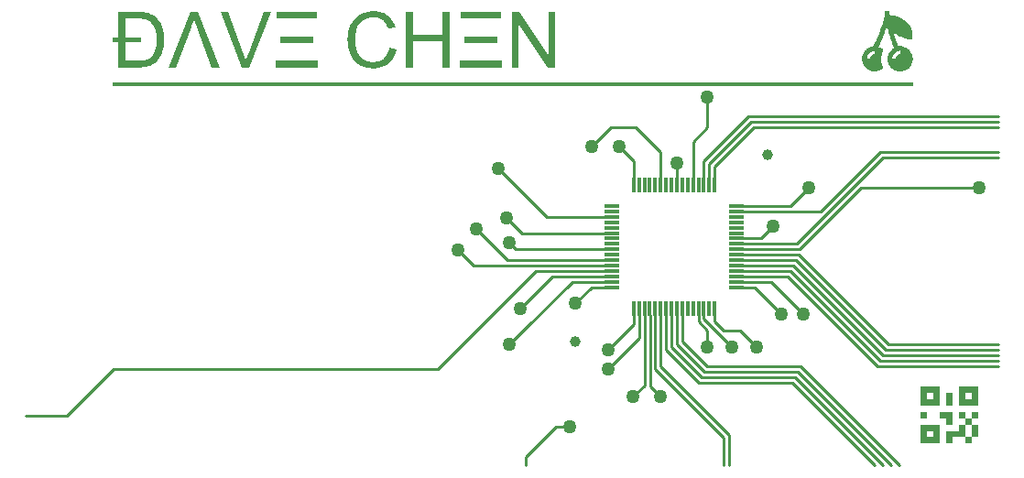
<source format=gtl>
G04*
G04 #@! TF.GenerationSoftware,Altium Limited,Altium Designer,21.1.1 (26)*
G04*
G04 Layer_Physical_Order=1*
G04 Layer_Color=255*
%FSLAX25Y25*%
%MOIN*%
G70*
G04*
G04 #@! TF.SameCoordinates,803D71E2-4EB1-4650-8D60-E64228E98B9D*
G04*
G04*
G04 #@! TF.FilePolarity,Positive*
G04*
G01*
G75*
%ADD13C,0.03937*%
%ADD14R,0.05807X0.01181*%
%ADD15R,0.01181X0.05807*%
%ADD16R,2.91339X0.01575*%
%ADD20C,0.01000*%
%ADD21C,0.05000*%
G36*
X346457Y21696D02*
X339546D01*
Y28607D01*
X346457D01*
Y21696D01*
D02*
G37*
G36*
X337228D02*
X334953D01*
Y26289D01*
X337228D01*
Y21696D01*
D02*
G37*
G36*
X332635D02*
X325724D01*
Y28607D01*
X332635D01*
Y21696D01*
D02*
G37*
G36*
X341864Y17103D02*
X339546D01*
Y19378D01*
X341864D01*
Y17103D01*
D02*
G37*
G36*
X328042D02*
X325724D01*
Y19378D01*
X328042D01*
Y17103D01*
D02*
G37*
G36*
X337228Y14785D02*
X334953D01*
Y17103D01*
X332635D01*
Y19378D01*
X337228D01*
Y14785D01*
D02*
G37*
G36*
X346457Y10192D02*
X344139D01*
Y7874D01*
X341864D01*
Y10192D01*
X344139D01*
Y14785D01*
X346457D01*
Y10192D01*
D02*
G37*
G36*
Y17103D02*
X344139D01*
Y14785D01*
X341864D01*
Y10192D01*
X337228D01*
Y7874D01*
X334953D01*
Y12467D01*
X339546D01*
Y14785D01*
X341864D01*
Y17103D01*
X344139D01*
Y19378D01*
X346457D01*
Y17103D01*
D02*
G37*
G36*
X332635Y7874D02*
X325724D01*
Y14785D01*
X332635D01*
Y7874D01*
D02*
G37*
G36*
X172886Y162621D02*
X158276D01*
Y165004D01*
X172886D01*
Y162621D01*
D02*
G37*
G36*
X106007Y162621D02*
X91398D01*
Y165004D01*
X106007D01*
Y162621D01*
D02*
G37*
G36*
X127112Y165332D02*
X127374Y165311D01*
X127680Y165267D01*
X128008Y165223D01*
X128380Y165157D01*
X128774Y165070D01*
X129189Y164983D01*
X129605Y164851D01*
X130042Y164698D01*
X130480Y164523D01*
X130895Y164305D01*
X131311Y164086D01*
X131704Y163802D01*
X131726Y163780D01*
X131792Y163736D01*
X131901Y163648D01*
X132032Y163517D01*
X132207Y163364D01*
X132404Y163167D01*
X132601Y162949D01*
X132842Y162686D01*
X133082Y162402D01*
X133323Y162074D01*
X133563Y161724D01*
X133782Y161330D01*
X134023Y160915D01*
X134220Y160456D01*
X134416Y159974D01*
X134591Y159471D01*
X131967Y158859D01*
Y158881D01*
X131923Y158946D01*
X131901Y159078D01*
X131836Y159231D01*
X131770Y159406D01*
X131661Y159602D01*
X131442Y160084D01*
X131158Y160609D01*
X130786Y161155D01*
X130392Y161658D01*
X130152Y161877D01*
X129911Y162074D01*
X129889Y162096D01*
X129845Y162118D01*
X129780Y162161D01*
X129671Y162227D01*
X129539Y162314D01*
X129386Y162402D01*
X129211Y162489D01*
X128992Y162577D01*
X128752Y162664D01*
X128511Y162752D01*
X127943Y162927D01*
X127287Y163036D01*
X126937Y163080D01*
X126346D01*
X126171Y163058D01*
X125975Y163036D01*
X125734Y163014D01*
X125471Y162992D01*
X125209Y162949D01*
X124575Y162796D01*
X123919Y162599D01*
X123591Y162468D01*
X123263Y162314D01*
X122956Y162139D01*
X122650Y161943D01*
X122628Y161921D01*
X122585Y161899D01*
X122497Y161833D01*
X122388Y161746D01*
X122278Y161636D01*
X122125Y161483D01*
X121972Y161330D01*
X121797Y161155D01*
X121622Y160937D01*
X121425Y160718D01*
X121076Y160215D01*
X120747Y159624D01*
X120463Y158946D01*
Y158925D01*
X120441Y158859D01*
X120398Y158750D01*
X120376Y158618D01*
X120332Y158443D01*
X120266Y158247D01*
X120223Y158006D01*
X120157Y157765D01*
X120091Y157481D01*
X120048Y157175D01*
X119938Y156519D01*
X119873Y155819D01*
X119851Y155076D01*
Y155054D01*
Y154966D01*
Y154835D01*
X119873Y154638D01*
Y154419D01*
X119895Y154157D01*
X119916Y153873D01*
X119938Y153545D01*
X119982Y153195D01*
X120026Y152845D01*
X120157Y152079D01*
X120354Y151314D01*
X120594Y150570D01*
Y150548D01*
X120638Y150483D01*
X120682Y150395D01*
X120726Y150264D01*
X120813Y150089D01*
X120923Y149914D01*
X121163Y149499D01*
X121491Y149018D01*
X121885Y148558D01*
X122366Y148099D01*
X122628Y147902D01*
X122913Y147705D01*
X122934D01*
X122978Y147661D01*
X123066Y147618D01*
X123197Y147552D01*
X123350Y147487D01*
X123525Y147399D01*
X123722Y147334D01*
X123941Y147246D01*
X124444Y147071D01*
X125034Y146918D01*
X125668Y146809D01*
X125996Y146787D01*
X126346Y146765D01*
X126565D01*
X126718Y146787D01*
X126915Y146809D01*
X127134Y146830D01*
X127396Y146874D01*
X127658Y146918D01*
X128271Y147071D01*
X128577Y147180D01*
X128905Y147312D01*
X129233Y147465D01*
X129539Y147640D01*
X129845Y147836D01*
X130152Y148055D01*
X130174Y148077D01*
X130217Y148121D01*
X130305Y148186D01*
X130414Y148296D01*
X130523Y148427D01*
X130676Y148602D01*
X130830Y148799D01*
X131005Y149018D01*
X131179Y149280D01*
X131354Y149564D01*
X131529Y149870D01*
X131704Y150220D01*
X131858Y150592D01*
X132011Y151008D01*
X132164Y151445D01*
X132273Y151904D01*
X134941Y151226D01*
Y151183D01*
X134897Y151073D01*
X134854Y150920D01*
X134766Y150680D01*
X134679Y150417D01*
X134547Y150089D01*
X134416Y149739D01*
X134241Y149367D01*
X134045Y148952D01*
X133826Y148558D01*
X133585Y148121D01*
X133301Y147705D01*
X132995Y147312D01*
X132667Y146918D01*
X132295Y146546D01*
X131901Y146196D01*
X131879Y146174D01*
X131792Y146131D01*
X131683Y146043D01*
X131508Y145934D01*
X131311Y145803D01*
X131048Y145650D01*
X130764Y145496D01*
X130414Y145343D01*
X130042Y145190D01*
X129649Y145037D01*
X129211Y144884D01*
X128730Y144753D01*
X128227Y144643D01*
X127702Y144556D01*
X127155Y144512D01*
X126565Y144490D01*
X126259D01*
X126018Y144512D01*
X125756Y144534D01*
X125428Y144556D01*
X125078Y144600D01*
X124684Y144665D01*
X124269Y144731D01*
X123831Y144818D01*
X123394Y144928D01*
X122956Y145037D01*
X122497Y145190D01*
X122060Y145365D01*
X121644Y145562D01*
X121250Y145803D01*
X121229Y145824D01*
X121163Y145868D01*
X121054Y145934D01*
X120923Y146043D01*
X120747Y146196D01*
X120551Y146349D01*
X120332Y146546D01*
X120091Y146787D01*
X119851Y147049D01*
X119588Y147334D01*
X119348Y147640D01*
X119085Y147990D01*
X118823Y148361D01*
X118582Y148755D01*
X118364Y149192D01*
X118145Y149652D01*
X118123Y149674D01*
X118101Y149761D01*
X118058Y149914D01*
X117992Y150089D01*
X117904Y150330D01*
X117817Y150592D01*
X117729Y150920D01*
X117620Y151270D01*
X117533Y151664D01*
X117423Y152079D01*
X117336Y152517D01*
X117270Y152998D01*
X117139Y154004D01*
X117117Y154529D01*
X117095Y155054D01*
Y155097D01*
Y155185D01*
Y155360D01*
X117117Y155578D01*
X117139Y155863D01*
X117161Y156191D01*
X117205Y156541D01*
X117248Y156934D01*
X117314Y157350D01*
X117379Y157787D01*
X117598Y158728D01*
X117751Y159187D01*
X117904Y159646D01*
X118079Y160127D01*
X118298Y160565D01*
X118320Y160587D01*
X118364Y160674D01*
X118429Y160784D01*
X118517Y160959D01*
X118648Y161155D01*
X118801Y161374D01*
X118976Y161615D01*
X119173Y161899D01*
X119413Y162161D01*
X119654Y162468D01*
X119938Y162752D01*
X120245Y163058D01*
X120573Y163342D01*
X120923Y163627D01*
X121316Y163889D01*
X121710Y164130D01*
X121732Y164152D01*
X121819Y164173D01*
X121929Y164239D01*
X122104Y164327D01*
X122300Y164414D01*
X122563Y164523D01*
X122847Y164633D01*
X123153Y164742D01*
X123503Y164851D01*
X123897Y164961D01*
X124291Y165070D01*
X124728Y165157D01*
X125625Y165311D01*
X126106Y165332D01*
X126609Y165354D01*
X126893D01*
X127112Y165332D01*
D02*
G37*
G36*
X154143Y144818D02*
X151475D01*
Y154332D01*
X140999D01*
Y144818D01*
X138331D01*
Y165004D01*
X140999D01*
Y156716D01*
X151475D01*
Y165004D01*
X154143D01*
Y144818D01*
D02*
G37*
G36*
X171573Y153719D02*
X159589D01*
Y156103D01*
X171573D01*
Y153719D01*
D02*
G37*
G36*
X104695Y153719D02*
X92710D01*
Y156103D01*
X104695D01*
Y153719D01*
D02*
G37*
G36*
X192787Y144818D02*
X190032D01*
X179447Y160652D01*
Y144818D01*
X176888D01*
Y165004D01*
X179622D01*
X190228Y149149D01*
Y165004D01*
X192787D01*
Y144818D01*
D02*
G37*
G36*
X81425Y144818D02*
X78670D01*
X70840Y165004D01*
X73749D01*
X78998Y150330D01*
Y150308D01*
X79020Y150242D01*
X79063Y150155D01*
X79107Y150023D01*
X79151Y149870D01*
X79216Y149695D01*
X79282Y149499D01*
X79369Y149258D01*
X79523Y148755D01*
X79698Y148208D01*
X79873Y147618D01*
X80048Y147027D01*
Y147049D01*
X80069Y147093D01*
X80091Y147202D01*
X80135Y147312D01*
X80179Y147465D01*
X80222Y147640D01*
X80288Y147836D01*
X80354Y148055D01*
X80507Y148558D01*
X80704Y149127D01*
X80922Y149717D01*
X81141Y150330D01*
X86587Y165004D01*
X89298D01*
X81425Y144818D01*
D02*
G37*
G36*
X173235Y144818D02*
X157926D01*
Y147202D01*
X173235D01*
Y144818D01*
D02*
G37*
G36*
X106357Y144818D02*
X91048D01*
Y147202D01*
X106357D01*
Y144818D01*
D02*
G37*
G36*
X70468D02*
X67560D01*
X62333Y159449D01*
Y159471D01*
X62311Y159537D01*
X62267Y159624D01*
X62223Y159777D01*
X62158Y159931D01*
X62092Y160127D01*
X62027Y160346D01*
X61939Y160565D01*
X61764Y161090D01*
X61589Y161636D01*
X61414Y162183D01*
X61261Y162730D01*
Y162708D01*
X61239Y162664D01*
X61217Y162577D01*
X61174Y162446D01*
X61152Y162293D01*
X61086Y162118D01*
X61021Y161921D01*
X60955Y161702D01*
X60802Y161221D01*
X60627Y160674D01*
X60408Y160084D01*
X60189Y159471D01*
X54766Y144818D01*
X52032D01*
X59905Y165004D01*
X62661Y165004D01*
X70468Y144818D01*
D02*
G37*
G36*
X41469Y164982D02*
X41709D01*
X41994Y164961D01*
X42562Y164939D01*
X43153Y164873D01*
X43743Y164808D01*
X44006Y164742D01*
X44246Y164698D01*
X44268D01*
X44334Y164676D01*
X44421Y164655D01*
X44531Y164611D01*
X44684Y164567D01*
X44859Y164523D01*
X45274Y164370D01*
X45733Y164173D01*
X46215Y163933D01*
X46718Y163627D01*
X47199Y163255D01*
X47221Y163233D01*
X47264Y163189D01*
X47352Y163124D01*
X47461Y163014D01*
X47592Y162883D01*
X47745Y162708D01*
X47920Y162533D01*
X48095Y162314D01*
X48292Y162074D01*
X48489Y161811D01*
X48686Y161527D01*
X48883Y161221D01*
X49255Y160543D01*
X49582Y159799D01*
Y159777D01*
X49626Y159712D01*
X49648Y159581D01*
X49714Y159428D01*
X49779Y159231D01*
X49845Y158990D01*
X49911Y158728D01*
X49998Y158422D01*
X50064Y158072D01*
X50129Y157700D01*
X50195Y157306D01*
X50261Y156891D01*
X50326Y156453D01*
X50348Y155994D01*
X50392Y155010D01*
Y154966D01*
Y154879D01*
Y154704D01*
X50370Y154485D01*
Y154223D01*
X50348Y153916D01*
X50304Y153566D01*
X50261Y153195D01*
X50217Y152779D01*
X50151Y152364D01*
X49976Y151467D01*
X49736Y150570D01*
X49582Y150133D01*
X49408Y149695D01*
Y149673D01*
X49364Y149608D01*
X49298Y149477D01*
X49233Y149346D01*
X49145Y149149D01*
X49014Y148952D01*
X48752Y148471D01*
X48402Y147946D01*
X47986Y147399D01*
X47549Y146918D01*
X47308Y146677D01*
X47046Y146481D01*
X47024D01*
X46980Y146437D01*
X46914Y146393D01*
X46805Y146327D01*
X46674Y146240D01*
X46521Y146131D01*
X46346Y146043D01*
X46149Y145934D01*
X45690Y145693D01*
X45165Y145453D01*
X44552Y145234D01*
X43918Y145037D01*
X43874D01*
X43809Y145015D01*
X43743Y144993D01*
X43634D01*
X43503Y144972D01*
X43371Y144950D01*
X43196Y144928D01*
X43000Y144906D01*
X42781Y144884D01*
X42540Y144862D01*
X42278D01*
X41994Y144840D01*
X41688Y144818D01*
X33705D01*
Y154004D01*
X31496D01*
Y155819D01*
X33705D01*
Y165004D01*
X41250D01*
X41469Y164982D01*
D02*
G37*
G36*
X314327Y165245D02*
X314349Y165136D01*
X314393Y164851D01*
Y164720D01*
X314415Y164611D01*
Y164523D01*
Y164501D01*
X314524Y163627D01*
X314874Y163670D01*
X315596D01*
X315946Y163627D01*
X316230Y163583D01*
X316471Y163561D01*
X316558Y163539D01*
X316624D01*
X316667Y163517D01*
X316689D01*
X317389Y163299D01*
X318045Y163036D01*
X318657Y162730D01*
X318942Y162577D01*
X319204Y162424D01*
X319445Y162271D01*
X319664Y162139D01*
X319839Y162008D01*
X319992Y161899D01*
X320123Y161811D01*
X320210Y161746D01*
X320276Y161702D01*
X320298Y161680D01*
X320691Y161374D01*
X321019Y161046D01*
X321304Y160718D01*
X321544Y160390D01*
X321741Y160127D01*
X321872Y159887D01*
X321916Y159799D01*
X321960Y159756D01*
X321982Y159712D01*
Y159690D01*
X322157Y159318D01*
X322288Y158924D01*
X322397Y158553D01*
X322485Y158203D01*
X322550Y157897D01*
X322594Y157678D01*
X322616Y157590D01*
X322638Y157525D01*
Y157481D01*
Y157459D01*
X322682Y156825D01*
X322703Y156541D01*
Y156278D01*
Y156060D01*
X322682Y155885D01*
Y155775D01*
Y155731D01*
X322572Y154988D01*
X322310Y154966D01*
X321741D01*
X321457Y155010D01*
X321216Y155032D01*
X321019Y155075D01*
X320888Y155097D01*
X320845D01*
X320451Y155185D01*
X320057Y155294D01*
X319292Y155557D01*
X318592Y155863D01*
X318264Y156016D01*
X317980Y156169D01*
X317717Y156344D01*
X317455Y156475D01*
X317258Y156628D01*
X317061Y156738D01*
X316930Y156847D01*
X316820Y156913D01*
X316755Y156956D01*
X316733Y156978D01*
X315661Y158006D01*
X315771Y157656D01*
X315880Y157328D01*
X315967Y157022D01*
X316055Y156738D01*
X316142Y156475D01*
X316208Y156235D01*
X316274Y156038D01*
X316339Y155841D01*
X316405Y155688D01*
X316449Y155535D01*
X316492Y155403D01*
X316514Y155316D01*
X316536Y155228D01*
X316558Y155185D01*
X316580Y155141D01*
X316777Y154572D01*
X316973Y154091D01*
X317170Y153654D01*
X317323Y153282D01*
X317455Y152998D01*
X317564Y152779D01*
X317630Y152648D01*
X317652Y152626D01*
Y152604D01*
X318198D01*
X318548Y152582D01*
X318898Y152539D01*
X319226Y152473D01*
X319532Y152385D01*
X320101Y152167D01*
X320341Y152057D01*
X320560Y151926D01*
X320779Y151795D01*
X320954Y151686D01*
X321107Y151554D01*
X321238Y151467D01*
X321347Y151379D01*
X321413Y151314D01*
X321457Y151270D01*
X321479Y151248D01*
X321719Y150986D01*
X321916Y150723D01*
X322113Y150439D01*
X322266Y150155D01*
X322397Y149892D01*
X322507Y149608D01*
X322660Y149105D01*
X322725Y148864D01*
X322769Y148646D01*
X322791Y148449D01*
X322813Y148296D01*
X322835Y148164D01*
Y148055D01*
Y147990D01*
Y147968D01*
X322813Y147618D01*
X322769Y147290D01*
X322703Y146962D01*
X322616Y146655D01*
X322397Y146109D01*
X322288Y145846D01*
X322157Y145628D01*
X322025Y145431D01*
X321916Y145234D01*
X321785Y145081D01*
X321697Y144950D01*
X321610Y144840D01*
X321544Y144775D01*
X321501Y144731D01*
X321479Y144709D01*
X321216Y144468D01*
X320954Y144272D01*
X320691Y144097D01*
X320407Y143944D01*
X320123Y143812D01*
X319860Y143703D01*
X319357Y143550D01*
X319117Y143484D01*
X318898Y143441D01*
X318701Y143419D01*
X318548Y143397D01*
X318417Y143375D01*
X318220D01*
X317870Y143397D01*
X317542Y143441D01*
X317214Y143506D01*
X316908Y143594D01*
X316361Y143790D01*
X316099Y143922D01*
X315880Y144053D01*
X315683Y144162D01*
X315486Y144293D01*
X315333Y144403D01*
X315202Y144512D01*
X315093Y144578D01*
X315027Y144643D01*
X314983Y144687D01*
X314962Y144709D01*
X314721Y144972D01*
X314524Y145234D01*
X314327Y145518D01*
X314174Y145781D01*
X314043Y146065D01*
X313934Y146327D01*
X313780Y146852D01*
X313715Y147071D01*
X313671Y147290D01*
X313649Y147486D01*
X313627Y147640D01*
X313605Y147793D01*
Y147880D01*
Y147946D01*
Y147968D01*
X313627Y148449D01*
X313715Y148886D01*
X313824Y149280D01*
X313955Y149630D01*
X314065Y149914D01*
X314174Y150133D01*
X314218Y150198D01*
X314262Y150264D01*
X314283Y150286D01*
Y150308D01*
X314546Y150680D01*
X314852Y151008D01*
X315136Y151314D01*
X315421Y151554D01*
X315661Y151751D01*
X315858Y151904D01*
X315989Y151992D01*
X316011Y152014D01*
X316033D01*
X315727Y152692D01*
X315443Y153370D01*
X315180Y154048D01*
X314940Y154660D01*
X314852Y154944D01*
X314765Y155185D01*
X314677Y155403D01*
X314612Y155600D01*
X314568Y155753D01*
X314524Y155885D01*
X314502Y155950D01*
Y155972D01*
X314262Y156781D01*
X314065Y157547D01*
X313890Y158268D01*
X313802Y158597D01*
X313737Y158903D01*
X313693Y159165D01*
X313627Y159428D01*
X313584Y159646D01*
X313562Y159821D01*
X313540Y159974D01*
X313518Y160084D01*
X313496Y160149D01*
Y160171D01*
X313278Y159515D01*
X313059Y158859D01*
X312556Y157503D01*
X312293Y156847D01*
X312031Y156191D01*
X311790Y155578D01*
X311528Y154988D01*
X311287Y154419D01*
X311069Y153916D01*
X310872Y153479D01*
X310697Y153085D01*
X310566Y152779D01*
X310500Y152648D01*
X310456Y152539D01*
X310413Y152451D01*
X310391Y152385D01*
X310369Y152364D01*
Y152342D01*
X310784Y152167D01*
X311134Y151992D01*
X311440Y151817D01*
X311681Y151664D01*
X311856Y151532D01*
X311987Y151423D01*
X312075Y151336D01*
X312097Y151314D01*
X311834Y150658D01*
X311637Y150045D01*
X311484Y149477D01*
X311397Y148974D01*
X311353Y148755D01*
X311331Y148558D01*
X311309Y148383D01*
Y148230D01*
X311287Y148121D01*
Y148033D01*
Y147990D01*
Y147968D01*
X311331Y147377D01*
X311419Y146787D01*
X311550Y146240D01*
X311703Y145715D01*
X311768Y145475D01*
X311834Y145256D01*
X311900Y145081D01*
X311965Y144906D01*
X312031Y144775D01*
X312053Y144687D01*
X312097Y144622D01*
Y144600D01*
X311856Y144381D01*
X311594Y144206D01*
X311353Y144031D01*
X311069Y143900D01*
X310544Y143681D01*
X310063Y143528D01*
X309822Y143484D01*
X309625Y143441D01*
X309428Y143419D01*
X309275Y143397D01*
X309122Y143375D01*
X308947D01*
X308597Y143397D01*
X308269Y143441D01*
X307941Y143506D01*
X307657Y143594D01*
X307088Y143790D01*
X306848Y143922D01*
X306629Y144053D01*
X306410Y144162D01*
X306235Y144293D01*
X306082Y144403D01*
X305951Y144512D01*
X305842Y144578D01*
X305776Y144643D01*
X305732Y144687D01*
X305710Y144709D01*
X305470Y144972D01*
X305273Y145234D01*
X305098Y145518D01*
X304945Y145781D01*
X304814Y146065D01*
X304704Y146327D01*
X304551Y146830D01*
X304486Y147049D01*
X304442Y147268D01*
X304420Y147443D01*
X304398Y147618D01*
X304376Y147749D01*
Y147836D01*
Y147902D01*
Y147924D01*
X304398Y148274D01*
X304420Y148602D01*
X304573Y149214D01*
X304748Y149761D01*
X304857Y150002D01*
X304989Y150220D01*
X305098Y150417D01*
X305207Y150592D01*
X305295Y150745D01*
X305382Y150855D01*
X305470Y150964D01*
X305536Y151030D01*
X305557Y151073D01*
X305579Y151095D01*
X305820Y151336D01*
X306060Y151532D01*
X306301Y151707D01*
X306563Y151882D01*
X307045Y152145D01*
X307526Y152342D01*
X307919Y152473D01*
X308094Y152517D01*
X308247Y152560D01*
X308357Y152582D01*
X308466D01*
X308510Y152604D01*
X308532D01*
X309057Y153741D01*
X309297Y154288D01*
X309538Y154813D01*
X309735Y155316D01*
X309953Y155797D01*
X310128Y156235D01*
X310303Y156650D01*
X310456Y157022D01*
X310609Y157372D01*
X310719Y157656D01*
X310828Y157919D01*
X310894Y158115D01*
X310959Y158247D01*
X310981Y158356D01*
X311003Y158378D01*
X311309Y159187D01*
X311550Y159952D01*
X311790Y160674D01*
X311987Y161352D01*
X312140Y161964D01*
X312271Y162511D01*
X312381Y163036D01*
X312468Y163495D01*
X312556Y163911D01*
X312599Y164261D01*
X312643Y164545D01*
X312665Y164808D01*
X312687Y165004D01*
Y165136D01*
Y165223D01*
Y165245D01*
X314305Y165354D01*
X314327Y165245D01*
D02*
G37*
%LPC*%
G36*
X344139Y26289D02*
X341864D01*
Y24014D01*
X344139D01*
Y26289D01*
D02*
G37*
G36*
X330317D02*
X328042D01*
Y24014D01*
X330317D01*
Y26289D01*
D02*
G37*
G36*
Y12467D02*
X328042D01*
Y10192D01*
X330317D01*
Y12467D01*
D02*
G37*
G36*
X40988Y162621D02*
X36373D01*
Y155819D01*
X41950D01*
Y154004D01*
X36373D01*
Y147202D01*
X41010D01*
X41184Y147224D01*
X41381D01*
X41819Y147246D01*
X42322Y147290D01*
X42847Y147355D01*
X43350Y147443D01*
X43809Y147552D01*
X43831D01*
X43853Y147574D01*
X43918Y147596D01*
X44006Y147618D01*
X44203Y147705D01*
X44465Y147815D01*
X44749Y147968D01*
X45055Y148143D01*
X45340Y148361D01*
X45602Y148602D01*
X45624Y148624D01*
X45646Y148646D01*
X45755Y148777D01*
X45930Y148974D01*
X46149Y149280D01*
X46389Y149630D01*
X46630Y150067D01*
X46871Y150570D01*
X47089Y151139D01*
Y151161D01*
X47111Y151204D01*
X47133Y151292D01*
X47177Y151423D01*
X47221Y151576D01*
X47264Y151773D01*
X47308Y151992D01*
X47374Y152232D01*
X47417Y152495D01*
X47461Y152801D01*
X47505Y153107D01*
X47549Y153457D01*
X47614Y154201D01*
X47636Y155032D01*
Y155054D01*
Y155141D01*
Y155272D01*
Y155425D01*
X47614Y155622D01*
Y155863D01*
X47592Y156125D01*
X47570Y156410D01*
X47505Y157000D01*
X47396Y157634D01*
X47264Y158247D01*
X47177Y158553D01*
X47089Y158815D01*
Y158837D01*
X47067Y158881D01*
X47046Y158946D01*
X47002Y159056D01*
X46871Y159318D01*
X46718Y159624D01*
X46521Y159996D01*
X46280Y160368D01*
X46018Y160740D01*
X45712Y161090D01*
X45668Y161133D01*
X45559Y161221D01*
X45384Y161374D01*
X45165Y161549D01*
X44881Y161746D01*
X44552Y161943D01*
X44203Y162118D01*
X43809Y162271D01*
X43787D01*
X43765Y162293D01*
X43699Y162314D01*
X43612Y162336D01*
X43503Y162358D01*
X43371Y162380D01*
X43196Y162424D01*
X43022Y162446D01*
X42803Y162489D01*
X42562Y162511D01*
X42300Y162533D01*
X42015Y162577D01*
X41688Y162599D01*
X41359D01*
X40988Y162621D01*
D02*
G37*
G36*
X318198Y150876D02*
X317783Y150833D01*
X317389Y150745D01*
X317039Y150614D01*
X316733Y150461D01*
X316492Y150286D01*
X316317Y150155D01*
X316208Y150067D01*
X316164Y150023D01*
X315880Y149695D01*
X315683Y149346D01*
X315530Y149017D01*
X315443Y148689D01*
X315377Y148405D01*
X315355Y148164D01*
X315333Y148077D01*
Y148033D01*
Y147990D01*
Y147968D01*
X316471D01*
X316492Y148230D01*
X316558Y148449D01*
X316645Y148646D01*
X316733Y148843D01*
X316820Y148974D01*
X316908Y149083D01*
X316973Y149149D01*
X316995Y149170D01*
X317214Y149346D01*
X317411Y149477D01*
X317608Y149564D01*
X317805Y149630D01*
X317958Y149673D01*
X318089Y149695D01*
X318198D01*
Y150876D01*
D02*
G37*
G36*
X309013D02*
X308575Y150833D01*
X308160Y150745D01*
X307810Y150614D01*
X307504Y150461D01*
X307263Y150286D01*
X307088Y150155D01*
X306979Y150067D01*
X306935Y150023D01*
X306651Y149695D01*
X306454Y149346D01*
X306301Y149017D01*
X306213Y148689D01*
X306148Y148405D01*
X306126Y148164D01*
X306104Y148077D01*
Y148033D01*
Y147990D01*
Y147968D01*
X307285D01*
X307307Y148230D01*
X307373Y148449D01*
X307438Y148646D01*
X307547Y148843D01*
X307635Y148974D01*
X307701Y149083D01*
X307766Y149149D01*
X307788Y149170D01*
X307985Y149346D01*
X308204Y149477D01*
X308401Y149564D01*
X308597Y149630D01*
X308772Y149673D01*
X308904Y149695D01*
X309013D01*
Y150876D01*
D02*
G37*
%LPD*%
D13*
X270000Y113000D02*
D03*
X200000Y45000D02*
D03*
D14*
X213362Y94354D02*
D03*
Y92386D02*
D03*
Y90417D02*
D03*
Y88449D02*
D03*
Y86480D02*
D03*
Y84512D02*
D03*
Y82543D02*
D03*
Y80575D02*
D03*
Y78606D02*
D03*
Y76638D02*
D03*
Y74669D02*
D03*
Y72701D02*
D03*
Y70732D02*
D03*
Y68764D02*
D03*
Y66795D02*
D03*
Y64827D02*
D03*
X258543D02*
D03*
Y66795D02*
D03*
Y68764D02*
D03*
Y70732D02*
D03*
Y72701D02*
D03*
Y74669D02*
D03*
Y76638D02*
D03*
Y78606D02*
D03*
Y80575D02*
D03*
Y82543D02*
D03*
Y84512D02*
D03*
Y86480D02*
D03*
Y88449D02*
D03*
Y90417D02*
D03*
Y92386D02*
D03*
Y94354D02*
D03*
D15*
X221189Y57000D02*
D03*
X223158D02*
D03*
X225126D02*
D03*
X227095D02*
D03*
X229063D02*
D03*
X231031D02*
D03*
X233000D02*
D03*
X234968D02*
D03*
X236937D02*
D03*
X238906D02*
D03*
X240874D02*
D03*
X242843D02*
D03*
X244811D02*
D03*
X246779D02*
D03*
X248748D02*
D03*
X250716D02*
D03*
Y102181D02*
D03*
X248748D02*
D03*
X246779D02*
D03*
X244811D02*
D03*
X242843D02*
D03*
X240874D02*
D03*
X238906D02*
D03*
X236937D02*
D03*
X234968D02*
D03*
X233000D02*
D03*
X231031D02*
D03*
X229063D02*
D03*
X227095D02*
D03*
X225126D02*
D03*
X223158D02*
D03*
X221189D02*
D03*
D16*
X177165Y138583D02*
D03*
D20*
X274000Y127000D02*
X354000D01*
X263000D02*
X274000D01*
X256000Y120000D02*
X263000Y127000D01*
X264000Y125000D02*
X354000D01*
X257000Y118000D02*
X264000Y125000D01*
X297000Y123000D02*
X354000D01*
X265000D02*
X297000D01*
X258000Y116000D02*
X265000Y123000D01*
X236937Y109937D02*
X237000Y110000D01*
X236937Y102181D02*
Y109937D01*
X248000Y123000D02*
Y134000D01*
X242843Y117842D02*
X248000Y123000D01*
X242843Y102181D02*
Y117842D01*
X206000Y116000D02*
X213000Y123000D01*
X222000D01*
X231031Y113969D01*
Y102181D02*
Y113969D01*
X216043Y115932D02*
X216068D01*
X221000Y111000D01*
X221189Y110811D01*
Y102181D02*
Y110811D01*
X251000Y115000D02*
X256000Y120000D01*
X246779Y110780D02*
X251000Y115000D01*
X246779Y102181D02*
Y110780D01*
X255000Y116000D02*
X257000Y118000D01*
X248748Y109748D02*
X255000Y116000D01*
X248748Y102181D02*
Y109748D01*
X255000Y113000D02*
X258000Y116000D01*
X250716Y108716D02*
X255000Y113000D01*
X250716Y102181D02*
Y108716D01*
X172000Y108000D02*
X189583Y90417D01*
X213362D01*
X176000Y81000D02*
X178394Y78606D01*
X213362D01*
X175000Y90000D02*
X180488Y84512D01*
X213362D01*
X164000Y86000D02*
X175331Y74669D01*
X213362D01*
X157415Y78307D02*
X163022Y72701D01*
X213362D01*
X0Y18000D02*
X15000D01*
X32000Y35000D01*
X150000D01*
X168000Y53000D01*
X185732Y70732D01*
X213362D01*
X180000Y57000D02*
X191764Y68764D01*
X213362D01*
X176000Y44000D02*
X182000Y50000D01*
X198795Y66795D01*
X213362D01*
X200000Y59000D02*
X205827Y64827D01*
X213362D01*
X278354Y94354D02*
X285000Y101000D01*
X258543Y94354D02*
X278354D01*
X311000Y114000D02*
X354000D01*
X308000Y111000D02*
X311000Y114000D01*
X289386Y92386D02*
X308000Y111000D01*
X258543Y92386D02*
X289386D01*
X267543Y82543D02*
X272000Y87000D01*
X258543Y82543D02*
X267543D01*
X312000Y112000D02*
X348000D01*
X280575Y80575D02*
X312000Y112000D01*
X348000D02*
X354000D01*
X258543Y80575D02*
X280575D01*
X304000Y101000D02*
X347000D01*
X295000Y92000D02*
X304000Y101000D01*
X281606Y78606D02*
X295000Y92000D01*
X258543Y78606D02*
X281606D01*
X314000Y44000D02*
X354000D01*
X307000Y51000D02*
X314000Y44000D01*
X281362Y76638D02*
X307000Y51000D01*
X258543Y76638D02*
X281362D01*
X318000Y42000D02*
X354000D01*
X313000D02*
X318000D01*
X288000Y67000D02*
X313000Y42000D01*
X280331Y74669D02*
X288000Y67000D01*
X258543Y74669D02*
X280331D01*
X326000Y40000D02*
X354000D01*
X312000D02*
X326000D01*
X295000Y57000D02*
X312000Y40000D01*
X279299Y72701D02*
X295000Y57000D01*
X258543Y72701D02*
X279299D01*
X311000Y38000D02*
X354000D01*
X294000Y55000D02*
X311000Y38000D01*
X278268Y70732D02*
X294000Y55000D01*
X258543Y70732D02*
X278268D01*
X310000Y36000D02*
X354000D01*
X298000Y48000D02*
X310000Y36000D01*
X277236Y68764D02*
X298000Y48000D01*
X258543Y68764D02*
X277236D01*
X271205Y66795D02*
X283000Y55000D01*
X258543Y66795D02*
X271205D01*
X265173Y64827D02*
X275000Y55000D01*
X258543Y64827D02*
X265173D01*
X248000Y43000D02*
Y49146D01*
X244811Y52335D02*
X248000Y49146D01*
X244811Y52335D02*
Y57000D01*
X254000Y49000D02*
X260000D01*
X266000Y43000D01*
X250716Y52284D02*
X254000Y49000D01*
X250716Y52284D02*
Y57000D01*
X246779Y53220D02*
X251000Y49000D01*
X251000D01*
X246779Y53220D02*
Y57000D01*
X251000Y49000D02*
X257000Y43000D01*
X288000Y30000D02*
X318000Y0D01*
X282000Y36000D02*
X288000Y30000D01*
X267000Y36000D02*
X282000D01*
X248000D02*
X267000D01*
X246000Y38000D02*
X248000Y36000D01*
X238906Y45094D02*
X246000Y38000D01*
X238906Y45094D02*
Y57000D01*
X288000Y27000D02*
X315000Y0D01*
X281000Y34000D02*
X288000Y27000D01*
X258000Y34000D02*
X281000D01*
X247000D02*
X258000D01*
X238000Y43000D02*
X247000Y34000D01*
X236937Y44063D02*
X238000Y43000D01*
X236937Y44063D02*
Y57000D01*
X280000Y32000D02*
X312000Y0D01*
X246000Y32000D02*
X280000D01*
X245000Y30000D02*
X279000D01*
X309000Y0D01*
X234968Y43031D02*
X246000Y32000D01*
X234968Y43031D02*
Y57000D01*
X237000Y38000D02*
X245000Y30000D01*
X233000Y42000D02*
X237000Y38000D01*
X233000Y42000D02*
Y57000D01*
X256000Y0D02*
Y11000D01*
X235000Y32000D02*
X256000Y11000D01*
X231031Y35969D02*
X235000Y32000D01*
X231031Y35969D02*
Y52969D01*
X229063Y34937D02*
Y57000D01*
X254000Y0D02*
Y10000D01*
X229063Y34937D02*
X254000Y10000D01*
X193000Y14000D02*
X198000D01*
X187000Y8000D02*
X193000Y14000D01*
X187000Y8000D02*
X187000D01*
X182000Y3000D02*
X187000Y8000D01*
X182000Y0D02*
Y3000D01*
X221000Y25000D02*
X225126Y29126D01*
Y57000D01*
X221000Y25000D02*
X221000D01*
X231000D02*
Y25000D01*
X227217Y28784D02*
Y54565D01*
Y28784D02*
X231000Y25000D01*
X227095Y54687D02*
Y57000D01*
Y54687D02*
X227217Y54565D01*
X231031Y52969D02*
Y57000D01*
X212000Y35000D02*
X223189Y46189D01*
Y56968D01*
X223158Y57000D02*
X223189Y56968D01*
X215585Y45585D02*
X221189Y51189D01*
X215585Y45585D02*
X215585D01*
X221189Y51189D02*
Y57000D01*
X212000Y42000D02*
X215585Y45585D01*
X221098Y59000D02*
X221189Y58909D01*
Y57000D02*
Y58909D01*
D21*
X237000Y110000D02*
D03*
X248000Y134000D02*
D03*
X206000Y116000D02*
D03*
X216043Y115932D02*
D03*
X172000Y108000D02*
D03*
X176000Y81000D02*
D03*
X175000Y90000D02*
D03*
X164000Y86000D02*
D03*
X157415Y78307D02*
D03*
X180000Y57000D02*
D03*
X176000Y44000D02*
D03*
X200000Y59000D02*
D03*
X285000Y101000D02*
D03*
X272000Y87000D02*
D03*
X347000Y101000D02*
D03*
X283000Y55000D02*
D03*
X275000D02*
D03*
X266000Y43000D02*
D03*
X257000D02*
D03*
X248000D02*
D03*
X198000Y14000D02*
D03*
X221000Y25000D02*
D03*
X231000D02*
D03*
X212000Y35000D02*
D03*
Y42000D02*
D03*
M02*

</source>
